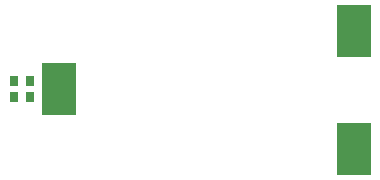
<source format=gbp>
G04*
G04 #@! TF.GenerationSoftware,Altium Limited,Altium Designer,19.1.5 (86)*
G04*
G04 Layer_Color=128*
%FSLAX25Y25*%
%MOIN*%
G70*
G01*
G75*
%ADD17R,0.03150X0.03543*%
%ADD37R,0.11417X0.17717*%
%ADD38R,0.11811X0.17717*%
D17*
X62205Y37008D02*
D03*
X67716D02*
D03*
X62205Y42520D02*
D03*
X67716D02*
D03*
D37*
X175689Y19685D02*
D03*
Y59055D02*
D03*
D38*
X77264Y39685D02*
D03*
M02*

</source>
